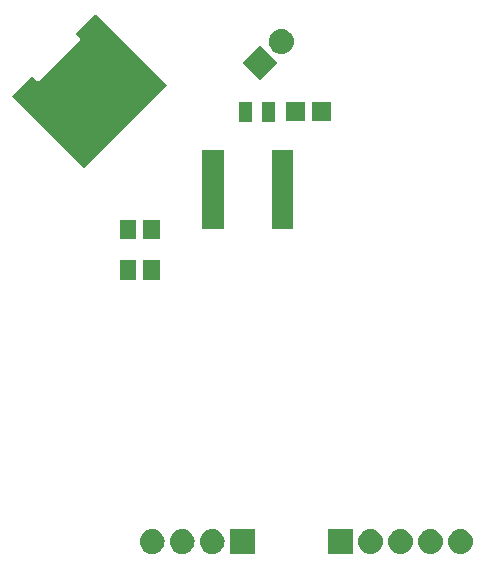
<source format=gbr>
G04 #@! TF.GenerationSoftware,KiCad,Pcbnew,5.1.0*
G04 #@! TF.CreationDate,2019-04-11T23:30:49-05:00*
G04 #@! TF.ProjectId,Card,43617264-2e6b-4696-9361-645f70636258,rev?*
G04 #@! TF.SameCoordinates,Original*
G04 #@! TF.FileFunction,Soldermask,Top*
G04 #@! TF.FilePolarity,Negative*
%FSLAX46Y46*%
G04 Gerber Fmt 4.6, Leading zero omitted, Abs format (unit mm)*
G04 Created by KiCad (PCBNEW 5.1.0) date 2019-04-11 23:30:49*
%MOMM*%
%LPD*%
G04 APERTURE LIST*
%ADD10C,0.100000*%
G04 APERTURE END LIST*
D10*
G36*
X132088707Y-154757597D02*
G01*
X132165836Y-154765193D01*
X132363762Y-154825233D01*
X132363765Y-154825234D01*
X132546170Y-154922732D01*
X132706055Y-155053945D01*
X132837268Y-155213830D01*
X132934766Y-155396235D01*
X132934767Y-155396238D01*
X132994807Y-155594164D01*
X133015080Y-155800000D01*
X132994807Y-156005836D01*
X132934767Y-156203762D01*
X132934766Y-156203765D01*
X132837268Y-156386170D01*
X132706055Y-156546055D01*
X132546170Y-156677268D01*
X132363765Y-156774766D01*
X132363762Y-156774767D01*
X132165836Y-156834807D01*
X132088707Y-156842403D01*
X132011580Y-156850000D01*
X131908420Y-156850000D01*
X131831293Y-156842403D01*
X131754164Y-156834807D01*
X131556238Y-156774767D01*
X131556235Y-156774766D01*
X131373830Y-156677268D01*
X131213945Y-156546055D01*
X131082732Y-156386170D01*
X130985234Y-156203765D01*
X130985233Y-156203762D01*
X130925193Y-156005836D01*
X130904920Y-155800000D01*
X130925193Y-155594164D01*
X130985233Y-155396238D01*
X130985234Y-155396235D01*
X131082732Y-155213830D01*
X131213945Y-155053945D01*
X131373830Y-154922732D01*
X131556235Y-154825234D01*
X131556238Y-154825233D01*
X131754164Y-154765193D01*
X131831293Y-154757597D01*
X131908420Y-154750000D01*
X132011580Y-154750000D01*
X132088707Y-154757597D01*
X132088707Y-154757597D01*
G37*
G36*
X127008707Y-154757597D02*
G01*
X127085836Y-154765193D01*
X127283762Y-154825233D01*
X127283765Y-154825234D01*
X127466170Y-154922732D01*
X127626055Y-155053945D01*
X127757268Y-155213830D01*
X127854766Y-155396235D01*
X127854767Y-155396238D01*
X127914807Y-155594164D01*
X127935080Y-155800000D01*
X127914807Y-156005836D01*
X127854767Y-156203762D01*
X127854766Y-156203765D01*
X127757268Y-156386170D01*
X127626055Y-156546055D01*
X127466170Y-156677268D01*
X127283765Y-156774766D01*
X127283762Y-156774767D01*
X127085836Y-156834807D01*
X127008707Y-156842403D01*
X126931580Y-156850000D01*
X126828420Y-156850000D01*
X126751293Y-156842403D01*
X126674164Y-156834807D01*
X126476238Y-156774767D01*
X126476235Y-156774766D01*
X126293830Y-156677268D01*
X126133945Y-156546055D01*
X126002732Y-156386170D01*
X125905234Y-156203765D01*
X125905233Y-156203762D01*
X125845193Y-156005836D01*
X125824920Y-155800000D01*
X125845193Y-155594164D01*
X125905233Y-155396238D01*
X125905234Y-155396235D01*
X126002732Y-155213830D01*
X126133945Y-155053945D01*
X126293830Y-154922732D01*
X126476235Y-154825234D01*
X126476238Y-154825233D01*
X126674164Y-154765193D01*
X126751293Y-154757597D01*
X126828420Y-154750000D01*
X126931580Y-154750000D01*
X127008707Y-154757597D01*
X127008707Y-154757597D01*
G37*
G36*
X124468707Y-154757597D02*
G01*
X124545836Y-154765193D01*
X124743762Y-154825233D01*
X124743765Y-154825234D01*
X124926170Y-154922732D01*
X125086055Y-155053945D01*
X125217268Y-155213830D01*
X125314766Y-155396235D01*
X125314767Y-155396238D01*
X125374807Y-155594164D01*
X125395080Y-155800000D01*
X125374807Y-156005836D01*
X125314767Y-156203762D01*
X125314766Y-156203765D01*
X125217268Y-156386170D01*
X125086055Y-156546055D01*
X124926170Y-156677268D01*
X124743765Y-156774766D01*
X124743762Y-156774767D01*
X124545836Y-156834807D01*
X124468707Y-156842403D01*
X124391580Y-156850000D01*
X124288420Y-156850000D01*
X124211293Y-156842403D01*
X124134164Y-156834807D01*
X123936238Y-156774767D01*
X123936235Y-156774766D01*
X123753830Y-156677268D01*
X123593945Y-156546055D01*
X123462732Y-156386170D01*
X123365234Y-156203765D01*
X123365233Y-156203762D01*
X123305193Y-156005836D01*
X123284920Y-155800000D01*
X123305193Y-155594164D01*
X123365233Y-155396238D01*
X123365234Y-155396235D01*
X123462732Y-155213830D01*
X123593945Y-155053945D01*
X123753830Y-154922732D01*
X123936235Y-154825234D01*
X123936238Y-154825233D01*
X124134164Y-154765193D01*
X124211293Y-154757597D01*
X124288420Y-154750000D01*
X124391580Y-154750000D01*
X124468707Y-154757597D01*
X124468707Y-154757597D01*
G37*
G36*
X122850000Y-156850000D02*
G01*
X120750000Y-156850000D01*
X120750000Y-154750000D01*
X122850000Y-154750000D01*
X122850000Y-156850000D01*
X122850000Y-156850000D01*
G37*
G36*
X105988707Y-154757597D02*
G01*
X106065836Y-154765193D01*
X106263762Y-154825233D01*
X106263765Y-154825234D01*
X106446170Y-154922732D01*
X106606055Y-155053945D01*
X106737268Y-155213830D01*
X106834766Y-155396235D01*
X106834767Y-155396238D01*
X106894807Y-155594164D01*
X106915080Y-155800000D01*
X106894807Y-156005836D01*
X106834767Y-156203762D01*
X106834766Y-156203765D01*
X106737268Y-156386170D01*
X106606055Y-156546055D01*
X106446170Y-156677268D01*
X106263765Y-156774766D01*
X106263762Y-156774767D01*
X106065836Y-156834807D01*
X105988707Y-156842403D01*
X105911580Y-156850000D01*
X105808420Y-156850000D01*
X105731293Y-156842403D01*
X105654164Y-156834807D01*
X105456238Y-156774767D01*
X105456235Y-156774766D01*
X105273830Y-156677268D01*
X105113945Y-156546055D01*
X104982732Y-156386170D01*
X104885234Y-156203765D01*
X104885233Y-156203762D01*
X104825193Y-156005836D01*
X104804920Y-155800000D01*
X104825193Y-155594164D01*
X104885233Y-155396238D01*
X104885234Y-155396235D01*
X104982732Y-155213830D01*
X105113945Y-155053945D01*
X105273830Y-154922732D01*
X105456235Y-154825234D01*
X105456238Y-154825233D01*
X105654164Y-154765193D01*
X105731293Y-154757597D01*
X105808420Y-154750000D01*
X105911580Y-154750000D01*
X105988707Y-154757597D01*
X105988707Y-154757597D01*
G37*
G36*
X108528707Y-154757597D02*
G01*
X108605836Y-154765193D01*
X108803762Y-154825233D01*
X108803765Y-154825234D01*
X108986170Y-154922732D01*
X109146055Y-155053945D01*
X109277268Y-155213830D01*
X109374766Y-155396235D01*
X109374767Y-155396238D01*
X109434807Y-155594164D01*
X109455080Y-155800000D01*
X109434807Y-156005836D01*
X109374767Y-156203762D01*
X109374766Y-156203765D01*
X109277268Y-156386170D01*
X109146055Y-156546055D01*
X108986170Y-156677268D01*
X108803765Y-156774766D01*
X108803762Y-156774767D01*
X108605836Y-156834807D01*
X108528707Y-156842403D01*
X108451580Y-156850000D01*
X108348420Y-156850000D01*
X108271293Y-156842403D01*
X108194164Y-156834807D01*
X107996238Y-156774767D01*
X107996235Y-156774766D01*
X107813830Y-156677268D01*
X107653945Y-156546055D01*
X107522732Y-156386170D01*
X107425234Y-156203765D01*
X107425233Y-156203762D01*
X107365193Y-156005836D01*
X107344920Y-155800000D01*
X107365193Y-155594164D01*
X107425233Y-155396238D01*
X107425234Y-155396235D01*
X107522732Y-155213830D01*
X107653945Y-155053945D01*
X107813830Y-154922732D01*
X107996235Y-154825234D01*
X107996238Y-154825233D01*
X108194164Y-154765193D01*
X108271293Y-154757597D01*
X108348420Y-154750000D01*
X108451580Y-154750000D01*
X108528707Y-154757597D01*
X108528707Y-154757597D01*
G37*
G36*
X111068707Y-154757597D02*
G01*
X111145836Y-154765193D01*
X111343762Y-154825233D01*
X111343765Y-154825234D01*
X111526170Y-154922732D01*
X111686055Y-155053945D01*
X111817268Y-155213830D01*
X111914766Y-155396235D01*
X111914767Y-155396238D01*
X111974807Y-155594164D01*
X111995080Y-155800000D01*
X111974807Y-156005836D01*
X111914767Y-156203762D01*
X111914766Y-156203765D01*
X111817268Y-156386170D01*
X111686055Y-156546055D01*
X111526170Y-156677268D01*
X111343765Y-156774766D01*
X111343762Y-156774767D01*
X111145836Y-156834807D01*
X111068707Y-156842403D01*
X110991580Y-156850000D01*
X110888420Y-156850000D01*
X110811293Y-156842403D01*
X110734164Y-156834807D01*
X110536238Y-156774767D01*
X110536235Y-156774766D01*
X110353830Y-156677268D01*
X110193945Y-156546055D01*
X110062732Y-156386170D01*
X109965234Y-156203765D01*
X109965233Y-156203762D01*
X109905193Y-156005836D01*
X109884920Y-155800000D01*
X109905193Y-155594164D01*
X109965233Y-155396238D01*
X109965234Y-155396235D01*
X110062732Y-155213830D01*
X110193945Y-155053945D01*
X110353830Y-154922732D01*
X110536235Y-154825234D01*
X110536238Y-154825233D01*
X110734164Y-154765193D01*
X110811293Y-154757597D01*
X110888420Y-154750000D01*
X110991580Y-154750000D01*
X111068707Y-154757597D01*
X111068707Y-154757597D01*
G37*
G36*
X114530000Y-156850000D02*
G01*
X112430000Y-156850000D01*
X112430000Y-154750000D01*
X114530000Y-154750000D01*
X114530000Y-156850000D01*
X114530000Y-156850000D01*
G37*
G36*
X129548707Y-154757597D02*
G01*
X129625836Y-154765193D01*
X129823762Y-154825233D01*
X129823765Y-154825234D01*
X130006170Y-154922732D01*
X130166055Y-155053945D01*
X130297268Y-155213830D01*
X130394766Y-155396235D01*
X130394767Y-155396238D01*
X130454807Y-155594164D01*
X130475080Y-155800000D01*
X130454807Y-156005836D01*
X130394767Y-156203762D01*
X130394766Y-156203765D01*
X130297268Y-156386170D01*
X130166055Y-156546055D01*
X130006170Y-156677268D01*
X129823765Y-156774766D01*
X129823762Y-156774767D01*
X129625836Y-156834807D01*
X129548707Y-156842403D01*
X129471580Y-156850000D01*
X129368420Y-156850000D01*
X129291293Y-156842403D01*
X129214164Y-156834807D01*
X129016238Y-156774767D01*
X129016235Y-156774766D01*
X128833830Y-156677268D01*
X128673945Y-156546055D01*
X128542732Y-156386170D01*
X128445234Y-156203765D01*
X128445233Y-156203762D01*
X128385193Y-156005836D01*
X128364920Y-155800000D01*
X128385193Y-155594164D01*
X128445233Y-155396238D01*
X128445234Y-155396235D01*
X128542732Y-155213830D01*
X128673945Y-155053945D01*
X128833830Y-154922732D01*
X129016235Y-154825234D01*
X129016238Y-154825233D01*
X129214164Y-154765193D01*
X129291293Y-154757597D01*
X129368420Y-154750000D01*
X129471580Y-154750000D01*
X129548707Y-154757597D01*
X129548707Y-154757597D01*
G37*
G36*
X104500000Y-133625000D02*
G01*
X103100000Y-133625000D01*
X103100000Y-131975000D01*
X104500000Y-131975000D01*
X104500000Y-133625000D01*
X104500000Y-133625000D01*
G37*
G36*
X106500000Y-133625000D02*
G01*
X105100000Y-133625000D01*
X105100000Y-131975000D01*
X106500000Y-131975000D01*
X106500000Y-133625000D01*
X106500000Y-133625000D01*
G37*
G36*
X104500000Y-130225000D02*
G01*
X103100000Y-130225000D01*
X103100000Y-128575000D01*
X104500000Y-128575000D01*
X104500000Y-130225000D01*
X104500000Y-130225000D01*
G37*
G36*
X106500000Y-130225000D02*
G01*
X105100000Y-130225000D01*
X105100000Y-128575000D01*
X106500000Y-128575000D01*
X106500000Y-130225000D01*
X106500000Y-130225000D01*
G37*
G36*
X111925000Y-129325000D02*
G01*
X110075000Y-129325000D01*
X110075000Y-122625000D01*
X111925000Y-122625000D01*
X111925000Y-129325000D01*
X111925000Y-129325000D01*
G37*
G36*
X117825000Y-129325000D02*
G01*
X115975000Y-129325000D01*
X115975000Y-122625000D01*
X117825000Y-122625000D01*
X117825000Y-129325000D01*
X117825000Y-129325000D01*
G37*
G36*
X107089087Y-117192031D02*
G01*
X100088730Y-124192388D01*
X94007612Y-118111270D01*
X95704668Y-116414214D01*
X96111255Y-116820801D01*
X96130197Y-116836346D01*
X96151808Y-116847897D01*
X96175257Y-116855010D01*
X96199643Y-116857412D01*
X96224029Y-116855010D01*
X96247478Y-116847897D01*
X96269089Y-116836346D01*
X96288020Y-116820810D01*
X97967409Y-115141421D01*
X97967410Y-115141422D01*
X98038121Y-115070711D01*
X98038120Y-115070710D01*
X99717509Y-113391321D01*
X99733045Y-113372390D01*
X99744596Y-113350779D01*
X99751709Y-113327330D01*
X99754111Y-113302944D01*
X99751709Y-113278558D01*
X99744596Y-113255109D01*
X99733045Y-113233498D01*
X99717500Y-113214556D01*
X99310913Y-112807969D01*
X101007969Y-111110913D01*
X107089087Y-117192031D01*
X107089087Y-117192031D01*
G37*
G36*
X116250000Y-120250000D02*
G01*
X115150000Y-120250000D01*
X115150000Y-118550000D01*
X116250000Y-118550000D01*
X116250000Y-120250000D01*
X116250000Y-120250000D01*
G37*
G36*
X114350000Y-120250000D02*
G01*
X113250000Y-120250000D01*
X113250000Y-118550000D01*
X114350000Y-118550000D01*
X114350000Y-120250000D01*
X114350000Y-120250000D01*
G37*
G36*
X121000000Y-120200000D02*
G01*
X119400000Y-120200000D01*
X119400000Y-118600000D01*
X121000000Y-118600000D01*
X121000000Y-120200000D01*
X121000000Y-120200000D01*
G37*
G36*
X118800000Y-120200000D02*
G01*
X117200000Y-120200000D01*
X117200000Y-118600000D01*
X118800000Y-118600000D01*
X118800000Y-120200000D01*
X118800000Y-120200000D01*
G37*
G36*
X116484924Y-115250000D02*
G01*
X115000000Y-116734924D01*
X113515076Y-115250000D01*
X115000000Y-113765076D01*
X116484924Y-115250000D01*
X116484924Y-115250000D01*
G37*
G36*
X116924758Y-112411546D02*
G01*
X117001887Y-112419142D01*
X117199813Y-112479182D01*
X117199816Y-112479183D01*
X117382221Y-112576681D01*
X117542106Y-112707894D01*
X117673319Y-112867779D01*
X117770817Y-113050184D01*
X117770818Y-113050187D01*
X117830858Y-113248113D01*
X117851131Y-113453949D01*
X117830858Y-113659785D01*
X117798918Y-113765076D01*
X117770817Y-113857714D01*
X117673319Y-114040119D01*
X117542106Y-114200004D01*
X117382221Y-114331217D01*
X117199816Y-114428715D01*
X117199813Y-114428716D01*
X117001887Y-114488756D01*
X116924758Y-114496353D01*
X116847631Y-114503949D01*
X116744471Y-114503949D01*
X116667344Y-114496353D01*
X116590215Y-114488756D01*
X116392289Y-114428716D01*
X116392286Y-114428715D01*
X116209881Y-114331217D01*
X116049996Y-114200004D01*
X115918783Y-114040119D01*
X115821285Y-113857714D01*
X115793184Y-113765076D01*
X115761244Y-113659785D01*
X115740971Y-113453949D01*
X115761244Y-113248113D01*
X115821284Y-113050187D01*
X115821285Y-113050184D01*
X115918783Y-112867779D01*
X116049996Y-112707894D01*
X116209881Y-112576681D01*
X116392286Y-112479183D01*
X116392289Y-112479182D01*
X116590215Y-112419142D01*
X116667344Y-112411546D01*
X116744471Y-112403949D01*
X116847631Y-112403949D01*
X116924758Y-112411546D01*
X116924758Y-112411546D01*
G37*
M02*

</source>
